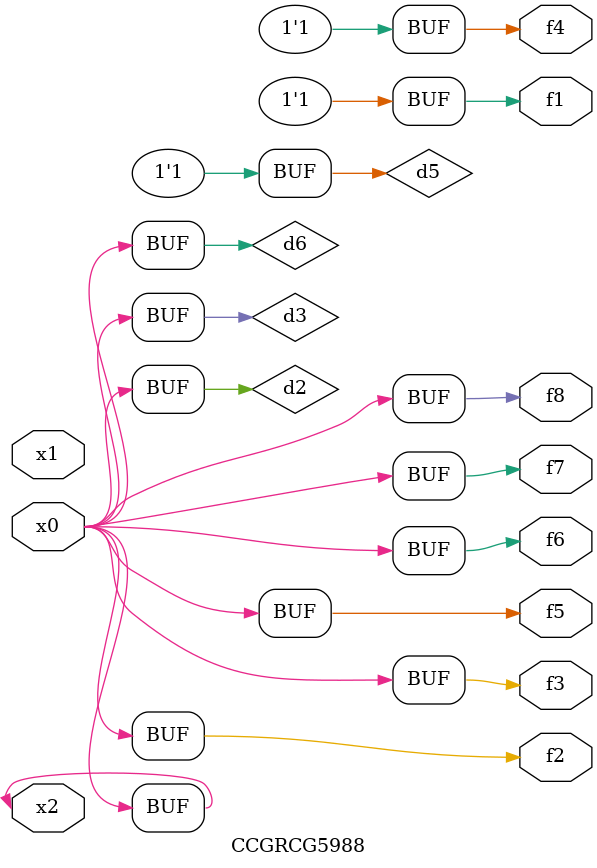
<source format=v>
module CCGRCG5988(
	input x0, x1, x2,
	output f1, f2, f3, f4, f5, f6, f7, f8
);

	wire d1, d2, d3, d4, d5, d6;

	xnor (d1, x2);
	buf (d2, x0, x2);
	and (d3, x0);
	xnor (d4, x1, x2);
	nand (d5, d1, d3);
	buf (d6, d2, d3);
	assign f1 = d5;
	assign f2 = d6;
	assign f3 = d6;
	assign f4 = d5;
	assign f5 = d6;
	assign f6 = d6;
	assign f7 = d6;
	assign f8 = d6;
endmodule

</source>
